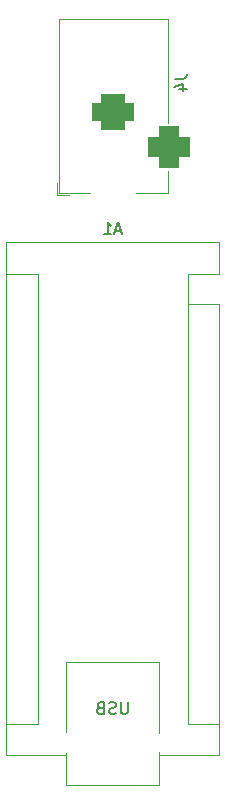
<source format=gbr>
%TF.GenerationSoftware,KiCad,Pcbnew,8.0.5*%
%TF.CreationDate,2024-10-30T18:10:09+09:00*%
%TF.ProjectId,BD,42442e6b-6963-4616-945f-706362585858,rev?*%
%TF.SameCoordinates,Original*%
%TF.FileFunction,Legend,Bot*%
%TF.FilePolarity,Positive*%
%FSLAX46Y46*%
G04 Gerber Fmt 4.6, Leading zero omitted, Abs format (unit mm)*
G04 Created by KiCad (PCBNEW 8.0.5) date 2024-10-30 18:10:09*
%MOMM*%
%LPD*%
G01*
G04 APERTURE LIST*
G04 Aperture macros list*
%AMRoundRect*
0 Rectangle with rounded corners*
0 $1 Rounding radius*
0 $2 $3 $4 $5 $6 $7 $8 $9 X,Y pos of 4 corners*
0 Add a 4 corners polygon primitive as box body*
4,1,4,$2,$3,$4,$5,$6,$7,$8,$9,$2,$3,0*
0 Add four circle primitives for the rounded corners*
1,1,$1+$1,$2,$3*
1,1,$1+$1,$4,$5*
1,1,$1+$1,$6,$7*
1,1,$1+$1,$8,$9*
0 Add four rect primitives between the rounded corners*
20,1,$1+$1,$2,$3,$4,$5,0*
20,1,$1+$1,$4,$5,$6,$7,0*
20,1,$1+$1,$6,$7,$8,$9,0*
20,1,$1+$1,$8,$9,$2,$3,0*%
G04 Aperture macros list end*
%ADD10C,0.150000*%
%ADD11C,0.120000*%
%ADD12C,1.400000*%
%ADD13O,1.400000X1.400000*%
%ADD14R,1.700000X1.700000*%
%ADD15O,1.700000X1.700000*%
%ADD16R,1.800000X1.800000*%
%ADD17C,1.800000*%
%ADD18C,1.524000*%
%ADD19R,3.500000X3.500000*%
%ADD20RoundRect,0.750000X-1.000000X0.750000X-1.000000X-0.750000X1.000000X-0.750000X1.000000X0.750000X0*%
%ADD21RoundRect,0.875000X-0.875000X0.875000X-0.875000X-0.875000X0.875000X-0.875000X0.875000X0.875000X0*%
%ADD22R,1.600000X1.600000*%
%ADD23O,1.600000X1.600000*%
G04 APERTURE END LIST*
D10*
X42034819Y-21696666D02*
X42749104Y-21696666D01*
X42749104Y-21696666D02*
X42891961Y-21649047D01*
X42891961Y-21649047D02*
X42987200Y-21553809D01*
X42987200Y-21553809D02*
X43034819Y-21410952D01*
X43034819Y-21410952D02*
X43034819Y-21315714D01*
X42368152Y-22601428D02*
X43034819Y-22601428D01*
X41987200Y-22363333D02*
X42701485Y-22125238D01*
X42701485Y-22125238D02*
X42701485Y-22744285D01*
X37485785Y-34555104D02*
X37009595Y-34555104D01*
X37581023Y-34840819D02*
X37247690Y-33840819D01*
X37247690Y-33840819D02*
X36914357Y-34840819D01*
X36057214Y-34840819D02*
X36628642Y-34840819D01*
X36342928Y-34840819D02*
X36342928Y-33840819D01*
X36342928Y-33840819D02*
X36438166Y-33983676D01*
X36438166Y-33983676D02*
X36533404Y-34078914D01*
X36533404Y-34078914D02*
X36628642Y-34126533D01*
X38033404Y-74480819D02*
X38033404Y-75290342D01*
X38033404Y-75290342D02*
X37985785Y-75385580D01*
X37985785Y-75385580D02*
X37938166Y-75433200D01*
X37938166Y-75433200D02*
X37842928Y-75480819D01*
X37842928Y-75480819D02*
X37652452Y-75480819D01*
X37652452Y-75480819D02*
X37557214Y-75433200D01*
X37557214Y-75433200D02*
X37509595Y-75385580D01*
X37509595Y-75385580D02*
X37461976Y-75290342D01*
X37461976Y-75290342D02*
X37461976Y-74480819D01*
X37033404Y-75433200D02*
X36890547Y-75480819D01*
X36890547Y-75480819D02*
X36652452Y-75480819D01*
X36652452Y-75480819D02*
X36557214Y-75433200D01*
X36557214Y-75433200D02*
X36509595Y-75385580D01*
X36509595Y-75385580D02*
X36461976Y-75290342D01*
X36461976Y-75290342D02*
X36461976Y-75195104D01*
X36461976Y-75195104D02*
X36509595Y-75099866D01*
X36509595Y-75099866D02*
X36557214Y-75052247D01*
X36557214Y-75052247D02*
X36652452Y-75004628D01*
X36652452Y-75004628D02*
X36842928Y-74957009D01*
X36842928Y-74957009D02*
X36938166Y-74909390D01*
X36938166Y-74909390D02*
X36985785Y-74861771D01*
X36985785Y-74861771D02*
X37033404Y-74766533D01*
X37033404Y-74766533D02*
X37033404Y-74671295D01*
X37033404Y-74671295D02*
X36985785Y-74576057D01*
X36985785Y-74576057D02*
X36938166Y-74528438D01*
X36938166Y-74528438D02*
X36842928Y-74480819D01*
X36842928Y-74480819D02*
X36604833Y-74480819D01*
X36604833Y-74480819D02*
X36461976Y-74528438D01*
X35700071Y-74957009D02*
X35557214Y-75004628D01*
X35557214Y-75004628D02*
X35509595Y-75052247D01*
X35509595Y-75052247D02*
X35461976Y-75147485D01*
X35461976Y-75147485D02*
X35461976Y-75290342D01*
X35461976Y-75290342D02*
X35509595Y-75385580D01*
X35509595Y-75385580D02*
X35557214Y-75433200D01*
X35557214Y-75433200D02*
X35652452Y-75480819D01*
X35652452Y-75480819D02*
X36033404Y-75480819D01*
X36033404Y-75480819D02*
X36033404Y-74480819D01*
X36033404Y-74480819D02*
X35700071Y-74480819D01*
X35700071Y-74480819D02*
X35604833Y-74528438D01*
X35604833Y-74528438D02*
X35557214Y-74576057D01*
X35557214Y-74576057D02*
X35509595Y-74671295D01*
X35509595Y-74671295D02*
X35509595Y-74766533D01*
X35509595Y-74766533D02*
X35557214Y-74861771D01*
X35557214Y-74861771D02*
X35604833Y-74909390D01*
X35604833Y-74909390D02*
X35700071Y-74957009D01*
X35700071Y-74957009D02*
X36033404Y-74957009D01*
D11*
%TO.C,J4*%
X32030000Y-31580000D02*
X32030000Y-30530000D01*
X32030000Y-31580000D02*
X33080000Y-31580000D01*
X32230000Y-16680000D02*
X41430000Y-16680000D01*
X32230000Y-31380000D02*
X32230000Y-16680000D01*
X34830000Y-31380000D02*
X32230000Y-31380000D01*
X41430000Y-16680000D02*
X41430000Y-25480000D01*
X41430000Y-29480000D02*
X41430000Y-31380000D01*
X41430000Y-31380000D02*
X38730000Y-31380000D01*
%TO.C,A1*%
X27751500Y-35526000D02*
X27751500Y-78966000D01*
X27751500Y-38196000D02*
X30421500Y-38196000D01*
X27751500Y-76296000D02*
X30421500Y-76296000D01*
X30421500Y-76296000D02*
X30421500Y-38196000D01*
X32831500Y-71086000D02*
X40711500Y-71086000D01*
X32831500Y-78966000D02*
X27751500Y-78966000D01*
X32831500Y-81506000D02*
X32831500Y-71086000D01*
X40711500Y-71086000D02*
X40711500Y-81506000D01*
X40711500Y-78966000D02*
X45791500Y-78966000D01*
X40711500Y-81506000D02*
X32831500Y-81506000D01*
X43121500Y-38196000D02*
X43121500Y-40736000D01*
X43121500Y-76296000D02*
X43121500Y-40736000D01*
X45791500Y-35526000D02*
X27751500Y-35526000D01*
X45791500Y-38196000D02*
X43121500Y-38196000D01*
X45791500Y-38196000D02*
X45791500Y-35526000D01*
X45791500Y-40736000D02*
X43121500Y-40736000D01*
X45791500Y-76296000D02*
X43121500Y-76296000D01*
X45791500Y-78966000D02*
X45791500Y-40736000D01*
%TD*%
%LPC*%
D12*
%TO.C,R2*%
X36771500Y-47340000D03*
D13*
X41851500Y-47340000D03*
%TD*%
D14*
%TO.C,J2*%
X32717500Y-77978000D03*
D15*
X35257500Y-77978000D03*
X37797500Y-77978000D03*
X40337500Y-77978000D03*
%TD*%
D16*
%TO.C,D1*%
X32194500Y-53690000D03*
D17*
X34734500Y-53690000D03*
%TD*%
D18*
%TO.C,SW1*%
X32453500Y-45054000D03*
X34993500Y-45054000D03*
X34993500Y-37434000D03*
X32453500Y-37434000D03*
%TD*%
D12*
%TO.C,R1*%
X36771500Y-49626000D03*
D13*
X31691500Y-49626000D03*
%TD*%
D18*
%TO.C,U1*%
X41851500Y-75026000D03*
X41851500Y-72486000D03*
X41851500Y-69946000D03*
X41851500Y-67406000D03*
X41851500Y-64866000D03*
X41851500Y-62326000D03*
X41851500Y-59786000D03*
X41851500Y-57246000D03*
X31691500Y-57246000D03*
X31691500Y-59786000D03*
X31691500Y-62326000D03*
X31691500Y-64866000D03*
X31691500Y-67406000D03*
X31691500Y-69946000D03*
X31691500Y-72486000D03*
X31691500Y-75026000D03*
%TD*%
%TO.C,SW2*%
X41597500Y-45054000D03*
X39057500Y-45054000D03*
X41597500Y-37434000D03*
X39057500Y-37434000D03*
%TD*%
D16*
%TO.C,D2*%
X39306500Y-53690000D03*
D17*
X41846500Y-53690000D03*
%TD*%
D14*
%TO.C,J1*%
X26103500Y-67406000D03*
D15*
X26103500Y-64866000D03*
X26103500Y-62326000D03*
X26103500Y-59786000D03*
X26103500Y-57246000D03*
X26103500Y-54706000D03*
%TD*%
D19*
%TO.C,J4*%
X36830000Y-30480000D03*
D20*
X36830000Y-24480000D03*
D21*
X41530000Y-27480000D03*
%TD*%
D22*
%TO.C,A1*%
X44391500Y-39466000D03*
D23*
X44391500Y-42006000D03*
X44391500Y-44546000D03*
X44391500Y-47086000D03*
X44391500Y-49626000D03*
X44391500Y-52166000D03*
X44391500Y-54706000D03*
X44391500Y-57246000D03*
X44391500Y-59786000D03*
X44391500Y-62326000D03*
X44391500Y-64866000D03*
X44391500Y-67406000D03*
X44391500Y-69946000D03*
X44391500Y-72486000D03*
X44391500Y-75026000D03*
X29151500Y-75026000D03*
X29151500Y-72486000D03*
X29151500Y-69946000D03*
X29151500Y-67406000D03*
X29151500Y-64866000D03*
X29151500Y-62326000D03*
X29151500Y-59786000D03*
X29151500Y-57246000D03*
X29151500Y-54706000D03*
X29151500Y-52166000D03*
X29151500Y-49626000D03*
X29151500Y-47086000D03*
X29151500Y-44546000D03*
X29151500Y-42006000D03*
X29151500Y-39466000D03*
%TD*%
%LPD*%
M02*

</source>
